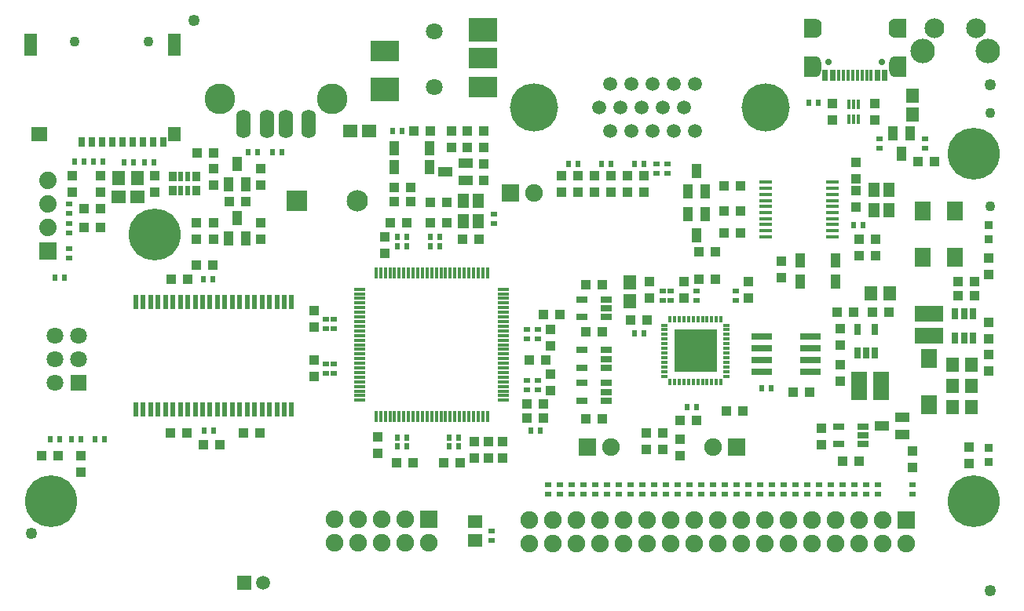
<source format=gbr>
G04 #@! TF.GenerationSoftware,KiCad,Pcbnew,5.1.0-rc2-unknown-036be7d~80~ubuntu16.04.1*
G04 #@! TF.CreationDate,2022-11-30T14:58:32+02:00*
G04 #@! TF.ProjectId,AgonLight2_Rev_A,41676f6e-4c69-4676-9874-325f5265765f,rev?*
G04 #@! TF.SameCoordinates,Original*
G04 #@! TF.FileFunction,Soldermask,Top*
G04 #@! TF.FilePolarity,Negative*
%FSLAX46Y46*%
G04 Gerber Fmt 4.6, Leading zero omitted, Abs format (unit mm)*
G04 Created by KiCad (PCBNEW 5.1.0-rc2-unknown-036be7d~80~ubuntu16.04.1) date 2022-11-30 14:58:32*
%MOMM*%
%LPD*%
G04 APERTURE LIST*
%ADD10R,1.371600X1.625600*%
%ADD11C,1.801600*%
%ADD12R,1.801600X1.801600*%
%ADD13R,2.301600X0.701600*%
%ADD14C,1.901600*%
%ADD15R,1.901600X1.901600*%
%ADD16R,1.851600X1.851600*%
%ADD17R,2.301600X2.301600*%
%ADD18C,2.301600*%
%ADD19R,0.351600X1.101600*%
%ADD20C,2.133600*%
%ADD21C,2.641600*%
%ADD22C,5.201600*%
%ADD23C,1.501600*%
%ADD24C,1.101600*%
%ADD25R,1.879600X1.879600*%
%ADD26C,1.879600*%
%ADD27R,3.101599X2.201600*%
%ADD28R,3.101599X2.601600*%
%ADD29R,1.301600X0.651600*%
%ADD30R,1.117600X1.117600*%
%ADD31R,1.625600X1.371600*%
%ADD32R,0.901600X0.901600*%
%ADD33R,1.101600X1.501600*%
%ADD34R,1.801600X2.101600*%
%ADD35R,1.501600X1.101600*%
%ADD36C,1.254000*%
%ADD37R,3.101600X1.701600*%
%ADD38R,1.701600X3.101600*%
%ADD39R,1.400000X2.400000*%
%ADD40R,1.800000X1.600000*%
%ADD41R,1.400000X1.600000*%
%ADD42R,0.700000X1.100000*%
%ADD43R,1.301600X1.501600*%
%ADD44R,0.863600X1.117600*%
%ADD45R,0.609600X1.117600*%
%ADD46R,0.601600X0.651600*%
%ADD47R,0.651600X0.601600*%
%ADD48R,1.301600X0.351600*%
%ADD49R,0.351600X1.301600*%
%ADD50R,0.501600X1.601600*%
%ADD51C,1.701600*%
%ADD52R,4.601600X4.601600*%
%ADD53R,0.351600X0.801600*%
%ADD54R,0.801600X0.351600*%
%ADD55R,0.651600X1.301600*%
%ADD56R,1.371600X0.426600*%
%ADD57R,0.401600X1.251600*%
%ADD58O,1.301600X2.301600*%
%ADD59C,0.701600*%
%ADD60O,1.401600X2.101600*%
%ADD61R,0.351600X1.251600*%
%ADD62R,1.201600X2.301600*%
%ADD63R,1.201600X2.101600*%
%ADD64C,3.301600*%
%ADD65O,1.601600X3.101600*%
%ADD66R,1.501600X1.501600*%
%ADD67C,5.601600*%
G04 APERTURE END LIST*
D10*
X150495000Y-128651000D03*
X152527000Y-128651000D03*
D11*
X53730000Y-120960000D03*
X56270000Y-120960000D03*
X53730000Y-123500000D03*
X56270000Y-123500000D03*
X53730000Y-126040000D03*
D12*
X56270000Y-126040000D03*
D13*
X135188000Y-124841000D03*
X135188000Y-123571000D03*
X135188000Y-122301000D03*
X135188000Y-121031000D03*
X129988000Y-121031000D03*
X129988000Y-122301000D03*
X129988000Y-123571000D03*
X129988000Y-124841000D03*
D14*
X105410000Y-105537000D03*
D15*
X102870000Y-105537000D03*
D14*
X83920000Y-143270000D03*
X83920000Y-140730000D03*
X86460000Y-143270000D03*
X86460000Y-140730000D03*
X89000000Y-143270000D03*
X89000000Y-140730000D03*
X91540000Y-143270000D03*
X91540000Y-140730000D03*
X94080000Y-143270000D03*
D16*
X94080000Y-140730000D03*
D17*
X79808000Y-106400000D03*
D18*
X86308000Y-106400000D03*
D19*
X139827000Y-95964000D03*
X139327000Y-95964000D03*
X140327000Y-95964000D03*
X139327000Y-97584000D03*
X139827000Y-97584000D03*
X140327000Y-97584000D03*
D20*
X153060600Y-87755400D03*
X148539400Y-87755400D03*
D21*
X154305200Y-90244600D03*
X147294800Y-90244600D03*
D22*
X105403000Y-96310000D03*
X130397000Y-96310000D03*
D23*
X122715000Y-93770000D03*
X120429000Y-93770000D03*
X118143000Y-93770000D03*
X115857000Y-93770000D03*
X113571000Y-93770000D03*
X121572000Y-96310000D03*
X119286000Y-96310000D03*
X117000000Y-96310000D03*
X114714000Y-96310000D03*
X112428000Y-96310000D03*
X122715000Y-98850000D03*
X120429000Y-98850000D03*
X118143000Y-98850000D03*
X115857000Y-98850000D03*
X113571000Y-98850000D03*
D24*
X154559000Y-96901000D03*
D25*
X53000000Y-111810000D03*
D26*
X53000000Y-109270000D03*
X53000000Y-106730000D03*
X53000000Y-104190000D03*
D11*
X94600000Y-94100000D03*
X94600000Y-88100000D03*
D27*
X99900000Y-91000000D03*
X89300000Y-90200000D03*
X99900000Y-94100000D03*
D28*
X89300000Y-94400000D03*
X99900000Y-87900000D03*
D29*
X113187000Y-118933000D03*
X113187000Y-117983000D03*
X113187000Y-117033000D03*
X110587000Y-118933000D03*
X110587000Y-117033000D03*
X110587000Y-122494000D03*
X110587000Y-124394000D03*
X113187000Y-122494000D03*
X113187000Y-123444000D03*
X113187000Y-124394000D03*
X113187000Y-127950000D03*
X113187000Y-127000000D03*
X113187000Y-126050000D03*
X110587000Y-127950000D03*
X110587000Y-126050000D03*
D15*
X111125000Y-132969000D03*
D14*
X113665000Y-132969000D03*
X124714000Y-132969000D03*
D15*
X127254000Y-132969000D03*
D30*
X81661000Y-120015000D03*
X81661000Y-118237000D03*
X81661000Y-123571000D03*
X81661000Y-125349000D03*
X92329000Y-134620000D03*
X90551000Y-134620000D03*
X95631000Y-134620000D03*
X97409000Y-134620000D03*
X107188000Y-125095000D03*
X107188000Y-126873000D03*
X107188000Y-120269000D03*
X107188000Y-122047000D03*
X94234000Y-108712000D03*
X96012000Y-108712000D03*
X89916000Y-108712000D03*
X91694000Y-108712000D03*
X71501000Y-132715000D03*
X69723000Y-132715000D03*
X70739000Y-113284000D03*
X68961000Y-113284000D03*
X117856000Y-115062000D03*
X117856000Y-116840000D03*
X122936000Y-130048000D03*
X121158000Y-130048000D03*
X94234000Y-98806000D03*
X92456000Y-98806000D03*
X117602000Y-119253000D03*
X115824000Y-119253000D03*
X98171000Y-98806000D03*
X98171000Y-100584000D03*
X121539000Y-115062000D03*
X121539000Y-116840000D03*
X123190000Y-114808000D03*
X124968000Y-114808000D03*
X128524000Y-115062000D03*
X128524000Y-116840000D03*
D10*
X152527000Y-124079000D03*
X150495000Y-124079000D03*
D31*
X99060000Y-140970000D03*
X99060000Y-143002000D03*
D10*
X150495000Y-126365000D03*
X152527000Y-126365000D03*
D30*
X55626000Y-105410000D03*
X55626000Y-103632000D03*
D10*
X62611000Y-103886000D03*
X60579000Y-103886000D03*
D30*
X136398000Y-132715000D03*
X136398000Y-130937000D03*
X141859000Y-118364000D03*
X143637000Y-118364000D03*
D10*
X143764000Y-116332000D03*
X141732000Y-116332000D03*
D30*
X140081000Y-105283000D03*
X140081000Y-107061000D03*
X140081000Y-102235000D03*
X140081000Y-104013000D03*
X127635000Y-109855000D03*
X125857000Y-109855000D03*
X152908000Y-116586000D03*
X151130000Y-116586000D03*
X152908000Y-115062000D03*
X151130000Y-115062000D03*
X138430000Y-125857000D03*
X138430000Y-124079000D03*
D32*
X154400000Y-134562000D03*
X154400000Y-133038000D03*
X154400000Y-110562000D03*
X154400000Y-109038000D03*
D33*
X94102000Y-102743000D03*
X90302000Y-102743000D03*
X90302000Y-100711000D03*
X94102000Y-100711000D03*
D34*
X150749000Y-112482000D03*
X150749000Y-107482000D03*
X147320000Y-107482000D03*
X147320000Y-112482000D03*
X147955000Y-128357000D03*
X147955000Y-123357000D03*
D33*
X73403460Y-108244640D03*
X74358500Y-110454440D03*
X72456040Y-110454440D03*
X73403460Y-102402640D03*
X74358500Y-104612440D03*
X72456040Y-104612440D03*
D35*
X145125440Y-131632960D03*
X145125440Y-129730500D03*
X142915640Y-130685540D03*
D36*
X154559000Y-93853000D03*
X68707000Y-86868000D03*
X154559000Y-148463000D03*
D24*
X154559000Y-106934000D03*
D10*
X115697000Y-115189000D03*
X115697000Y-117221000D03*
D31*
X85598000Y-98806000D03*
X87630000Y-98806000D03*
X62611000Y-105918000D03*
X60579000Y-105918000D03*
D10*
X146177000Y-97028000D03*
X146177000Y-94996000D03*
D37*
X147955000Y-118561000D03*
X147955000Y-120961000D03*
D38*
X142805000Y-126365000D03*
X140405000Y-126365000D03*
D24*
X63853000Y-89167800D03*
X55852000Y-89167800D03*
D39*
X51150000Y-89570000D03*
X66650000Y-89570000D03*
D40*
X52050000Y-99170000D03*
D41*
X66650000Y-99170000D03*
D42*
X56650000Y-100050000D03*
X57750000Y-100050000D03*
X58850000Y-100050000D03*
X59950000Y-100050000D03*
X61050000Y-100050000D03*
X62150000Y-100050000D03*
X63250000Y-100050000D03*
X64350000Y-100050000D03*
X65450000Y-100050000D03*
D43*
X99352000Y-106342000D03*
X97752000Y-108542000D03*
X99352000Y-108542000D03*
X97752000Y-106342000D03*
D35*
X98008440Y-104200960D03*
X98008440Y-102298500D03*
X95798640Y-103253540D03*
D43*
X143675000Y-107399000D03*
X142075000Y-105199000D03*
X143675000Y-105199000D03*
X142075000Y-107399000D03*
D33*
X122933460Y-103164640D03*
X123888500Y-105374440D03*
X121986040Y-105374440D03*
X123885960Y-107858560D03*
X121983500Y-107858560D03*
X122938540Y-110068360D03*
D30*
X88519000Y-133604000D03*
X88519000Y-131826000D03*
X98933000Y-132334000D03*
X98933000Y-134112000D03*
X100457000Y-134112000D03*
X100457000Y-132334000D03*
X101981000Y-132334000D03*
X101981000Y-134112000D03*
X90297000Y-104902000D03*
X92075000Y-104902000D03*
X92075000Y-106426000D03*
X90297000Y-106426000D03*
X89281000Y-112014000D03*
X89281000Y-110236000D03*
X108204000Y-118618000D03*
X106426000Y-118618000D03*
X104648000Y-129794000D03*
X106426000Y-129794000D03*
X106426000Y-128270000D03*
X104648000Y-128270000D03*
X104902000Y-123571000D03*
X106680000Y-123571000D03*
X99441000Y-110490000D03*
X97663000Y-110490000D03*
X94234000Y-106553000D03*
X96012000Y-106553000D03*
X67945000Y-131445000D03*
X66167000Y-131445000D03*
X66294000Y-114808000D03*
X68072000Y-114808000D03*
X74041000Y-131445000D03*
X75819000Y-131445000D03*
X110998000Y-129921000D03*
X112776000Y-129921000D03*
X110998000Y-115443000D03*
X112776000Y-115443000D03*
X112776000Y-120523000D03*
X110998000Y-120523000D03*
X117475000Y-133223000D03*
X119253000Y-133223000D03*
X119253000Y-131445000D03*
X117475000Y-131445000D03*
X99949000Y-104140000D03*
X99949000Y-102362000D03*
X96520000Y-98806000D03*
X96520000Y-100584000D03*
X127889000Y-129032000D03*
X126111000Y-129032000D03*
X99949000Y-98806000D03*
X99949000Y-100584000D03*
X110109000Y-103632000D03*
X110109000Y-105410000D03*
X108331000Y-105410000D03*
X108331000Y-103632000D03*
X111887000Y-103632000D03*
X111887000Y-105410000D03*
X113665000Y-105410000D03*
X113665000Y-103632000D03*
X115443000Y-103632000D03*
X115443000Y-105410000D03*
X117221000Y-103632000D03*
X117221000Y-105410000D03*
X135128000Y-127000000D03*
X133350000Y-127000000D03*
X68961000Y-108712000D03*
X68961000Y-110490000D03*
X70866000Y-104648000D03*
X70866000Y-102870000D03*
X75946000Y-108712000D03*
X75946000Y-110490000D03*
X75946000Y-104648000D03*
X75946000Y-102870000D03*
X70866000Y-108712000D03*
X70866000Y-110490000D03*
X72517000Y-106426000D03*
X74295000Y-106426000D03*
X56896000Y-109220000D03*
X58674000Y-109220000D03*
X58674000Y-107188000D03*
X56896000Y-107188000D03*
X70866000Y-101219000D03*
X69088000Y-101219000D03*
X58674000Y-105410000D03*
X58674000Y-103632000D03*
X64516000Y-105410000D03*
X64516000Y-103632000D03*
X146177000Y-135128000D03*
X146177000Y-133350000D03*
X142113000Y-95885000D03*
X142113000Y-97663000D03*
X137541000Y-97663000D03*
X137541000Y-95885000D03*
X152273000Y-132969000D03*
X152273000Y-134747000D03*
X140462000Y-134493000D03*
X138684000Y-134493000D03*
X138430000Y-120142000D03*
X138430000Y-121920000D03*
X138049000Y-118364000D03*
X139827000Y-118364000D03*
D44*
X66421000Y-103759000D03*
X66421000Y-105283000D03*
X68961000Y-103759000D03*
X68961000Y-105283000D03*
D45*
X67310000Y-103759000D03*
X68072000Y-103759000D03*
X67310000Y-105283000D03*
X68072000Y-105283000D03*
D46*
X90170000Y-98806000D03*
X91186000Y-98806000D03*
X109093000Y-102362000D03*
X110109000Y-102362000D03*
X113665000Y-102362000D03*
X112649000Y-102362000D03*
D47*
X118618000Y-103378000D03*
X118618000Y-102362000D03*
D46*
X117221000Y-102362000D03*
X116205000Y-102362000D03*
D47*
X119761000Y-102362000D03*
X119761000Y-103378000D03*
X100838000Y-143002000D03*
X100838000Y-141986000D03*
D46*
X74549000Y-101092000D03*
X75565000Y-101092000D03*
D47*
X146177000Y-137033000D03*
X146177000Y-138049000D03*
D46*
X77216000Y-101092000D03*
X78232000Y-101092000D03*
D47*
X106934000Y-137033000D03*
X106934000Y-138049000D03*
X108204000Y-138049000D03*
X108204000Y-137033000D03*
X109474000Y-138049000D03*
X109474000Y-137033000D03*
X110744000Y-137033000D03*
X110744000Y-138049000D03*
D46*
X54737000Y-114681000D03*
X53721000Y-114681000D03*
D47*
X112014000Y-137033000D03*
X112014000Y-138049000D03*
X113284000Y-138049000D03*
X113284000Y-137033000D03*
X114554000Y-138049000D03*
X114554000Y-137033000D03*
X115824000Y-137033000D03*
X115824000Y-138049000D03*
X55245000Y-107696000D03*
X55245000Y-106680000D03*
X117094000Y-137033000D03*
X117094000Y-138049000D03*
X118364000Y-138049000D03*
X118364000Y-137033000D03*
X55245000Y-109855000D03*
X55245000Y-108839000D03*
D46*
X58039000Y-132080000D03*
X59055000Y-132080000D03*
D47*
X119634000Y-138049000D03*
X119634000Y-137033000D03*
X120904000Y-137033000D03*
X120904000Y-138049000D03*
X55245000Y-111506000D03*
X55245000Y-112522000D03*
D46*
X55499000Y-132080000D03*
X56515000Y-132080000D03*
D47*
X122174000Y-138049000D03*
X122174000Y-137033000D03*
X123444000Y-138049000D03*
X123444000Y-137033000D03*
D46*
X54229000Y-132080000D03*
X53213000Y-132080000D03*
D47*
X124714000Y-137033000D03*
X124714000Y-138049000D03*
X125984000Y-137033000D03*
X125984000Y-138049000D03*
X127254000Y-138049000D03*
X127254000Y-137033000D03*
X128524000Y-138049000D03*
X128524000Y-137033000D03*
X129794000Y-137033000D03*
X129794000Y-138049000D03*
X131064000Y-137033000D03*
X131064000Y-138049000D03*
X132334000Y-138049000D03*
X132334000Y-137033000D03*
X133604000Y-138049000D03*
X133604000Y-137033000D03*
X134874000Y-137033000D03*
X134874000Y-138049000D03*
X136144000Y-137033000D03*
X136144000Y-138049000D03*
X137414000Y-138049000D03*
X137414000Y-137033000D03*
X138684000Y-137033000D03*
X138684000Y-138049000D03*
D46*
X56896000Y-102108000D03*
X55880000Y-102108000D03*
D47*
X139954000Y-137033000D03*
X139954000Y-138049000D03*
D46*
X58928000Y-102108000D03*
X57912000Y-102108000D03*
X62230000Y-102235000D03*
X61214000Y-102235000D03*
X64389000Y-102235000D03*
X63373000Y-102235000D03*
X136017000Y-95758000D03*
X135001000Y-95758000D03*
D48*
X86611000Y-121920000D03*
X102111000Y-121920000D03*
X86611000Y-121420000D03*
X86611000Y-120920000D03*
X86611000Y-120420000D03*
X86611000Y-119920000D03*
X86611000Y-119420000D03*
X86611000Y-118920000D03*
X86611000Y-118420000D03*
X86611000Y-117920000D03*
X86611000Y-117420000D03*
X86611000Y-116920000D03*
X86611000Y-116420000D03*
X86611000Y-115920000D03*
X86611000Y-122420000D03*
X86611000Y-122920000D03*
X86611000Y-123420000D03*
X86611000Y-123920000D03*
X86611000Y-124420000D03*
X86611000Y-124920000D03*
X86611000Y-125420000D03*
X86611000Y-125920000D03*
X86611000Y-126420000D03*
X86611000Y-126920000D03*
X86611000Y-127420000D03*
X86611000Y-127920000D03*
D49*
X94361000Y-129670000D03*
X94361000Y-114170000D03*
X93861000Y-129670000D03*
X93361000Y-129670000D03*
X92861000Y-129670000D03*
X92361000Y-129670000D03*
X91861000Y-129670000D03*
X91361000Y-129670000D03*
X90861000Y-129670000D03*
X90361000Y-129670000D03*
X89861000Y-129670000D03*
X89361000Y-129670000D03*
X88861000Y-129670000D03*
X88361000Y-129670000D03*
X94861000Y-129670000D03*
X95361000Y-129670000D03*
X95861000Y-129670000D03*
X96361000Y-129670000D03*
X96861000Y-129670000D03*
X97361000Y-129670000D03*
X97861000Y-129670000D03*
X98361000Y-129670000D03*
X98861000Y-129670000D03*
X99361000Y-129670000D03*
X99861000Y-129670000D03*
X100361000Y-129670000D03*
D48*
X102111000Y-127920000D03*
X102111000Y-127420000D03*
X102111000Y-126920000D03*
X102111000Y-126420000D03*
X102111000Y-125920000D03*
X102111000Y-125420000D03*
X102111000Y-124920000D03*
X102111000Y-124420000D03*
X102111000Y-123920000D03*
X102111000Y-123420000D03*
X102111000Y-122920000D03*
X102111000Y-122420000D03*
X102111000Y-121420000D03*
X102111000Y-120920000D03*
X102111000Y-120420000D03*
X102111000Y-119920000D03*
X102111000Y-119420000D03*
X102111000Y-118920000D03*
X102111000Y-118420000D03*
X102111000Y-117920000D03*
X102111000Y-117420000D03*
X102111000Y-116920000D03*
X102111000Y-116420000D03*
X102111000Y-115920000D03*
D49*
X100361000Y-114170000D03*
X99861000Y-114170000D03*
X99361000Y-114170000D03*
X98861000Y-114170000D03*
X98361000Y-114170000D03*
X97861000Y-114170000D03*
X97361000Y-114170000D03*
X96861000Y-114170000D03*
X96361000Y-114170000D03*
X95861000Y-114170000D03*
X95361000Y-114170000D03*
X94861000Y-114170000D03*
X93861000Y-114170000D03*
X93361000Y-114170000D03*
X92861000Y-114170000D03*
X92361000Y-114170000D03*
X91861000Y-114170000D03*
X91361000Y-114170000D03*
X90861000Y-114170000D03*
X90361000Y-114170000D03*
X89861000Y-114170000D03*
X89361000Y-114170000D03*
X88861000Y-114170000D03*
X88361000Y-114170000D03*
D50*
X62466000Y-128863000D03*
X63266000Y-128863000D03*
X64066000Y-128863000D03*
X64866000Y-128863000D03*
X65666000Y-128863000D03*
X66466000Y-128863000D03*
X67266000Y-128863000D03*
X68066000Y-128863000D03*
X68866000Y-128863000D03*
X69666000Y-128863000D03*
X70466000Y-128863000D03*
X71266000Y-128863000D03*
X72066000Y-128863000D03*
X72866000Y-128863000D03*
X73666000Y-128863000D03*
X74466000Y-128863000D03*
X75266000Y-128863000D03*
X76066000Y-128863000D03*
X76866000Y-128863000D03*
X77666000Y-128863000D03*
X78466000Y-128863000D03*
X79266000Y-128863000D03*
X79266000Y-117263000D03*
X78466000Y-117263000D03*
X77666000Y-117263000D03*
X76866000Y-117263000D03*
X76066000Y-117263000D03*
X75266000Y-117263000D03*
X74466000Y-117263000D03*
X73666000Y-117263000D03*
X72866000Y-117263000D03*
X72066000Y-117263000D03*
X71266000Y-117263000D03*
X70466000Y-117263000D03*
X69666000Y-117263000D03*
X68866000Y-117263000D03*
X68066000Y-117263000D03*
X67266000Y-117263000D03*
X66466000Y-117263000D03*
X65666000Y-117263000D03*
X64866000Y-117263000D03*
X64066000Y-117263000D03*
X63266000Y-117263000D03*
X62466000Y-117263000D03*
D51*
X122809000Y-122555000D03*
D52*
X122809000Y-122555000D03*
D53*
X120059000Y-119190000D03*
X120559000Y-119190000D03*
X121059000Y-119190000D03*
X121559000Y-119190000D03*
X122059000Y-119190000D03*
X122559000Y-119190000D03*
X123059000Y-119190000D03*
X123559000Y-119190000D03*
X124059000Y-119190000D03*
X124559000Y-119190000D03*
X125059000Y-119190000D03*
X125559000Y-119190000D03*
D54*
X126174000Y-119805000D03*
X126174000Y-120305000D03*
X126174000Y-120805000D03*
X126174000Y-121305000D03*
X126174000Y-121805000D03*
X126174000Y-122305000D03*
X126174000Y-122805000D03*
X126174000Y-123305000D03*
X126174000Y-123805000D03*
X126174000Y-124305000D03*
X126174000Y-124805000D03*
X126174000Y-125305000D03*
D53*
X125559000Y-125920000D03*
X125059000Y-125920000D03*
X124559000Y-125920000D03*
X124059000Y-125920000D03*
X123559000Y-125920000D03*
X123059000Y-125920000D03*
X122559000Y-125920000D03*
X122059000Y-125920000D03*
X121559000Y-125920000D03*
X121059000Y-125920000D03*
X120559000Y-125920000D03*
X120059000Y-125920000D03*
D54*
X119444000Y-125305000D03*
X119444000Y-124805000D03*
X119444000Y-124305000D03*
X119444000Y-123805000D03*
X119444000Y-123305000D03*
X119444000Y-122805000D03*
X119444000Y-122305000D03*
X119444000Y-121805000D03*
X119444000Y-121305000D03*
X119444000Y-120805000D03*
X119444000Y-120305000D03*
X119444000Y-119805000D03*
D29*
X138273000Y-130749000D03*
X138273000Y-132649000D03*
X140873000Y-130749000D03*
X140873000Y-131699000D03*
X140873000Y-132649000D03*
D55*
X142174000Y-120239000D03*
X140274000Y-120239000D03*
X142174000Y-122839000D03*
X141224000Y-122839000D03*
X140274000Y-122839000D03*
X150815000Y-118587900D03*
X151765000Y-118587900D03*
X152715000Y-118587900D03*
X152715000Y-121188100D03*
X151765000Y-121188100D03*
X150815000Y-121188100D03*
D56*
X130365500Y-110240000D03*
X130365500Y-109590000D03*
X130365500Y-108940000D03*
X130365500Y-108290000D03*
X130365500Y-107640000D03*
X130365500Y-106990000D03*
X130365500Y-106340000D03*
X130365500Y-105690000D03*
X130365500Y-105040000D03*
X130365500Y-104390000D03*
X137604500Y-104390000D03*
X137604500Y-105040000D03*
X137604500Y-105690000D03*
X137604500Y-106340000D03*
X137604500Y-106990000D03*
X137604500Y-107640000D03*
X137604500Y-108290000D03*
X137604500Y-108940000D03*
X137604500Y-109590000D03*
X137604500Y-110240000D03*
D33*
X145984000Y-99103000D03*
X144084000Y-99103000D03*
X145034000Y-101303000D03*
D57*
X136675000Y-92832000D03*
X143325000Y-92832000D03*
X136925000Y-92832000D03*
X143075000Y-92832000D03*
X137475000Y-92832000D03*
X142525000Y-92832000D03*
X137725000Y-92832000D03*
X142275000Y-92832000D03*
D58*
X144320000Y-91930000D03*
D59*
X142890000Y-91430000D03*
D60*
X144320000Y-87750000D03*
X135680000Y-87750000D03*
D58*
X135680000Y-91930000D03*
D61*
X140250000Y-92832000D03*
X139250000Y-92832000D03*
X138750000Y-92832000D03*
X139750000Y-92832000D03*
X138250000Y-92832000D03*
X140750000Y-92832000D03*
X141250000Y-92832000D03*
X141750000Y-92832000D03*
D59*
X137110000Y-91430000D03*
D62*
X144927600Y-91930000D03*
D63*
X144927600Y-87750000D03*
D62*
X135072400Y-91930000D03*
D63*
X135072400Y-87750000D03*
D64*
X83670000Y-95400000D03*
X71530000Y-95400000D03*
D65*
X81100000Y-98110000D03*
X78600000Y-98110000D03*
X76600000Y-98110000D03*
X74100000Y-98110000D03*
D30*
X154432000Y-122936000D03*
X154432000Y-124714000D03*
X154432000Y-121285000D03*
X154432000Y-119507000D03*
X154432000Y-112522000D03*
X154432000Y-114300000D03*
X140462000Y-112268000D03*
X142240000Y-112268000D03*
X127635000Y-104775000D03*
X125857000Y-104775000D03*
X125857000Y-107442000D03*
X127635000Y-107442000D03*
X124968000Y-111887000D03*
X123190000Y-111887000D03*
X121158000Y-133858000D03*
X121158000Y-132080000D03*
X148590000Y-102108000D03*
X146812000Y-102108000D03*
D23*
X76203300Y-147645320D03*
D66*
X74191620Y-147647860D03*
D67*
X53300000Y-138800000D03*
X152800000Y-101300000D03*
X64500000Y-110000000D03*
X152800000Y-138800000D03*
D33*
X134117000Y-112776000D03*
X137917000Y-112776000D03*
X137917000Y-115062000D03*
X134117000Y-115062000D03*
D30*
X142240000Y-110490000D03*
X140462000Y-110490000D03*
X132080000Y-112903000D03*
X132080000Y-114681000D03*
D47*
X82931000Y-120142000D03*
X82931000Y-119126000D03*
X82931000Y-124968000D03*
X82931000Y-123952000D03*
D46*
X90678000Y-132842000D03*
X91694000Y-132842000D03*
X97282000Y-132842000D03*
X96266000Y-132842000D03*
X105029000Y-131191000D03*
X106045000Y-131191000D03*
D47*
X105791000Y-125730000D03*
X105791000Y-126746000D03*
X105791000Y-121285000D03*
X105791000Y-120269000D03*
D46*
X94234000Y-110236000D03*
X95250000Y-110236000D03*
X90678000Y-110236000D03*
X91694000Y-110236000D03*
D47*
X101092000Y-108839000D03*
X101092000Y-107823000D03*
D46*
X70866000Y-131191000D03*
X69850000Y-131191000D03*
X70739000Y-114808000D03*
X69723000Y-114808000D03*
D47*
X119253000Y-117094000D03*
X119253000Y-116078000D03*
D46*
X122936000Y-128651000D03*
X121920000Y-128651000D03*
X116205000Y-120650000D03*
X117221000Y-120650000D03*
X130937000Y-126619000D03*
X129921000Y-126619000D03*
D47*
X120142000Y-116078000D03*
X120142000Y-117094000D03*
X122936000Y-117094000D03*
X122936000Y-116078000D03*
X127127000Y-117094000D03*
X127127000Y-116078000D03*
D46*
X140843000Y-108966000D03*
X139827000Y-108966000D03*
D47*
X142621000Y-100711000D03*
X142621000Y-99695000D03*
X147574000Y-99695000D03*
X147574000Y-100711000D03*
X83820000Y-119126000D03*
X83820000Y-120142000D03*
X83820000Y-124968000D03*
X83820000Y-123952000D03*
D46*
X90678000Y-131953000D03*
X91694000Y-131953000D03*
X97282000Y-131953000D03*
X96266000Y-131953000D03*
D47*
X104648000Y-126746000D03*
X104648000Y-125730000D03*
X104648000Y-120269000D03*
X104648000Y-121285000D03*
D46*
X95250000Y-111252000D03*
X94234000Y-111252000D03*
X91694000Y-111252000D03*
X90678000Y-111252000D03*
D14*
X120120000Y-140830000D03*
X117580000Y-140830000D03*
X117580000Y-143370000D03*
X120120000Y-143370000D03*
X112500000Y-140830000D03*
X109960000Y-143370000D03*
X112500000Y-143370000D03*
X109960000Y-140830000D03*
X104880000Y-140830000D03*
X107420000Y-143370000D03*
X107420000Y-140830000D03*
X104880000Y-143370000D03*
X115040000Y-140830000D03*
X115040000Y-143370000D03*
X122660000Y-140830000D03*
X122660000Y-143370000D03*
X125200000Y-140830000D03*
X125200000Y-143370000D03*
X127740000Y-140830000D03*
X127740000Y-143370000D03*
X130280000Y-140830000D03*
X130280000Y-143370000D03*
X132820000Y-140830000D03*
X132820000Y-143370000D03*
X135360000Y-143370000D03*
X135360000Y-140830000D03*
X137900000Y-143370000D03*
X137900000Y-140830000D03*
X140440000Y-143370000D03*
X140440000Y-140830000D03*
X142980000Y-143370000D03*
X142980000Y-140830000D03*
X145520000Y-143370000D03*
D16*
X145520000Y-140830000D03*
D47*
X141224000Y-137033000D03*
X141224000Y-138049000D03*
X142494000Y-138049000D03*
X142494000Y-137033000D03*
D30*
X56515000Y-133858000D03*
X56515000Y-135636000D03*
X52324000Y-133858000D03*
X54102000Y-133858000D03*
D36*
X51181000Y-142240000D03*
M02*

</source>
